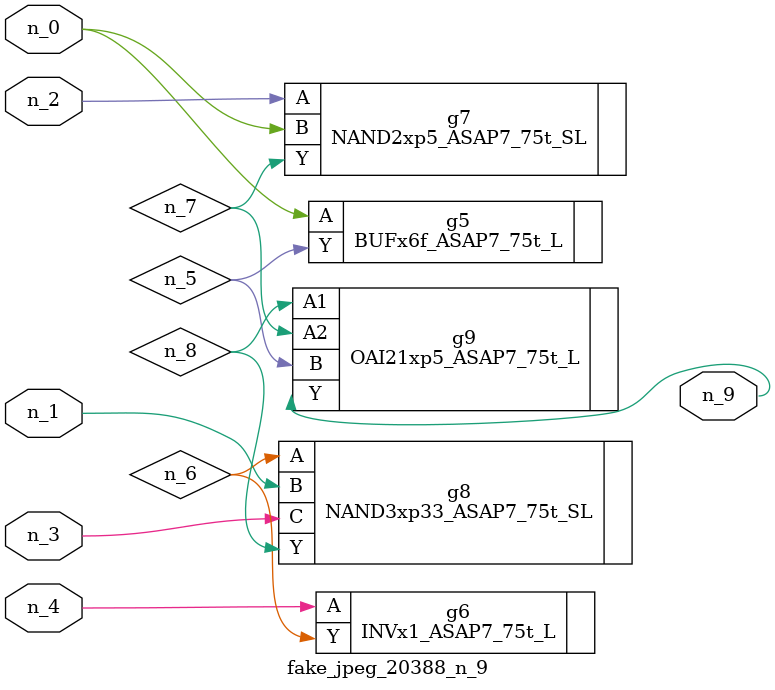
<source format=v>
module fake_jpeg_20388_n_9 (n_3, n_2, n_1, n_0, n_4, n_9);

input n_3;
input n_2;
input n_1;
input n_0;
input n_4;

output n_9;

wire n_8;
wire n_6;
wire n_5;
wire n_7;

BUFx6f_ASAP7_75t_L g5 ( 
.A(n_0),
.Y(n_5)
);

INVx1_ASAP7_75t_L g6 ( 
.A(n_4),
.Y(n_6)
);

NAND2xp5_ASAP7_75t_SL g7 ( 
.A(n_2),
.B(n_0),
.Y(n_7)
);

NAND3xp33_ASAP7_75t_SL g8 ( 
.A(n_6),
.B(n_1),
.C(n_3),
.Y(n_8)
);

OAI21xp5_ASAP7_75t_L g9 ( 
.A1(n_8),
.A2(n_7),
.B(n_5),
.Y(n_9)
);


endmodule
</source>
